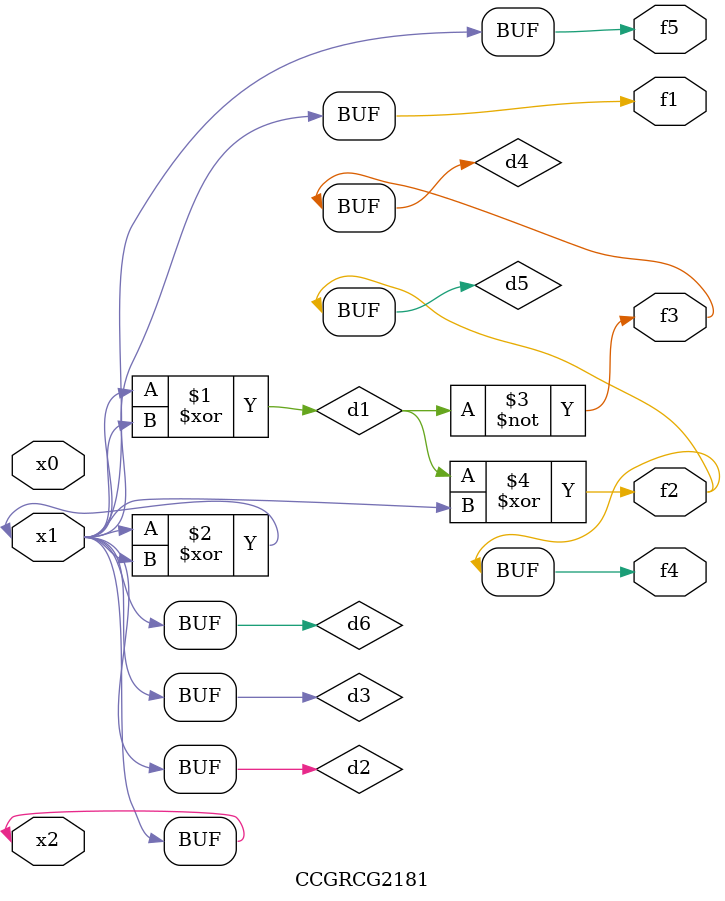
<source format=v>
module CCGRCG2181(
	input x0, x1, x2,
	output f1, f2, f3, f4, f5
);

	wire d1, d2, d3, d4, d5, d6;

	xor (d1, x1, x2);
	buf (d2, x1, x2);
	xor (d3, x1, x2);
	nor (d4, d1);
	xor (d5, d1, d2);
	buf (d6, d2, d3);
	assign f1 = d6;
	assign f2 = d5;
	assign f3 = d4;
	assign f4 = d5;
	assign f5 = d6;
endmodule

</source>
